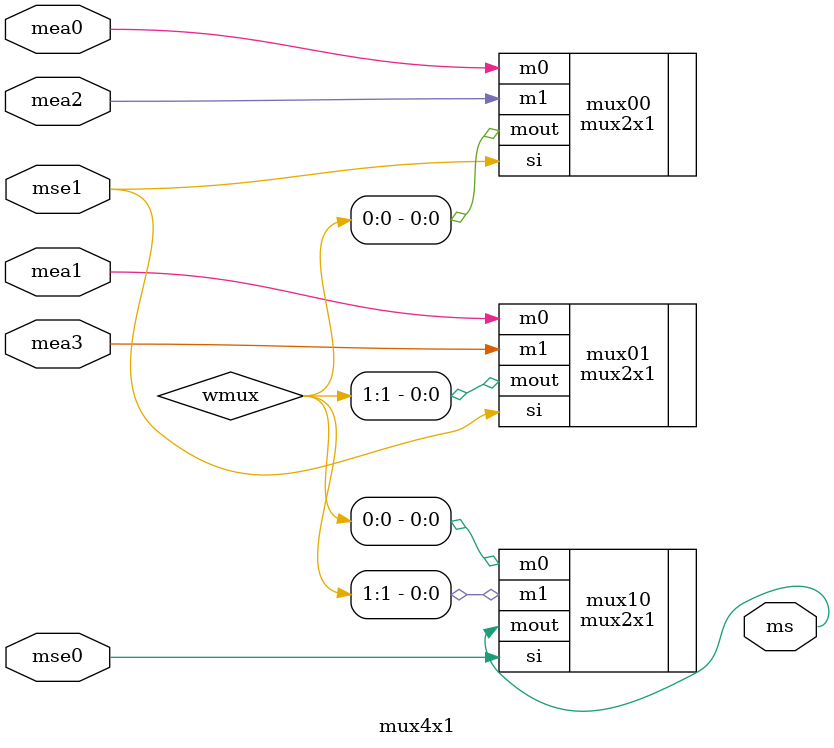
<source format=v>
module mux4x1(input mea0, input mea1, input mea2, input mea3, input mse0, input mse1, output ms);
	wire [1:0]wmux;
	mux2x1 mux00( .m0(mea0), .m1(mea2), .si(mse1), .mout(wmux[0]));
	mux2x1 mux01( .m0(mea1), .m1(mea3), .si(mse1), .mout(wmux[1]));
	mux2x1 mux10( .m0(wmux[0]), .m1(wmux[1]), .si(mse0), .mout(ms));
endmodule 
</source>
